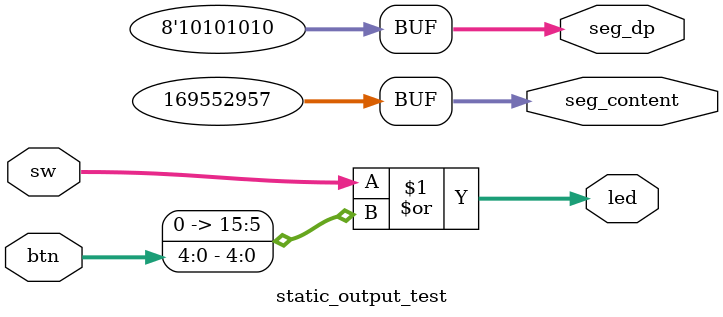
<source format=v>
`timescale 1ns / 1ps


module static_output_test(
    input [15:0] sw,
    output [15:0] led,
    input [4:0] btn,
    output [31:0] seg_content,
    output [7:0] seg_dp
);
    assign led = sw | {11'b0, btn};
    
    assign seg_content = 32'h0a1b2c3d;
    assign seg_dp = 8'b10101010;
endmodule

</source>
